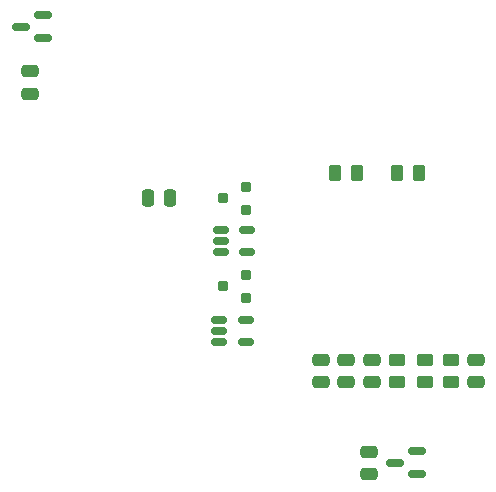
<source format=gtp>
%TF.GenerationSoftware,KiCad,Pcbnew,9.0.2*%
%TF.CreationDate,2025-05-15T14:08:42+02:00*%
%TF.ProjectId,MaSe,4d615365-2e6b-4696-9361-645f70636258,rev?*%
%TF.SameCoordinates,Original*%
%TF.FileFunction,Paste,Top*%
%TF.FilePolarity,Positive*%
%FSLAX46Y46*%
G04 Gerber Fmt 4.6, Leading zero omitted, Abs format (unit mm)*
G04 Created by KiCad (PCBNEW 9.0.2) date 2025-05-15 14:08:42*
%MOMM*%
%LPD*%
G01*
G04 APERTURE LIST*
G04 Aperture macros list*
%AMRoundRect*
0 Rectangle with rounded corners*
0 $1 Rounding radius*
0 $2 $3 $4 $5 $6 $7 $8 $9 X,Y pos of 4 corners*
0 Add a 4 corners polygon primitive as box body*
4,1,4,$2,$3,$4,$5,$6,$7,$8,$9,$2,$3,0*
0 Add four circle primitives for the rounded corners*
1,1,$1+$1,$2,$3*
1,1,$1+$1,$4,$5*
1,1,$1+$1,$6,$7*
1,1,$1+$1,$8,$9*
0 Add four rect primitives between the rounded corners*
20,1,$1+$1,$2,$3,$4,$5,0*
20,1,$1+$1,$4,$5,$6,$7,0*
20,1,$1+$1,$6,$7,$8,$9,0*
20,1,$1+$1,$8,$9,$2,$3,0*%
G04 Aperture macros list end*
%ADD10RoundRect,0.250000X0.475000X-0.250000X0.475000X0.250000X-0.475000X0.250000X-0.475000X-0.250000X0*%
%ADD11RoundRect,0.200000X0.250000X0.200000X-0.250000X0.200000X-0.250000X-0.200000X0.250000X-0.200000X0*%
%ADD12RoundRect,0.250000X-0.262500X-0.450000X0.262500X-0.450000X0.262500X0.450000X-0.262500X0.450000X0*%
%ADD13RoundRect,0.250000X0.450000X-0.262500X0.450000X0.262500X-0.450000X0.262500X-0.450000X-0.262500X0*%
%ADD14RoundRect,0.150000X-0.512500X-0.150000X0.512500X-0.150000X0.512500X0.150000X-0.512500X0.150000X0*%
%ADD15RoundRect,0.250000X-0.475000X0.250000X-0.475000X-0.250000X0.475000X-0.250000X0.475000X0.250000X0*%
%ADD16RoundRect,0.250000X-0.450000X0.262500X-0.450000X-0.262500X0.450000X-0.262500X0.450000X0.262500X0*%
%ADD17RoundRect,0.150000X0.587500X0.150000X-0.587500X0.150000X-0.587500X-0.150000X0.587500X-0.150000X0*%
%ADD18RoundRect,0.250000X0.250000X0.475000X-0.250000X0.475000X-0.250000X-0.475000X0.250000X-0.475000X0*%
G04 APERTURE END LIST*
D10*
X184837500Y-131662500D03*
X184837500Y-133562500D03*
D11*
X176537500Y-125425000D03*
X178537500Y-124475000D03*
X178537500Y-126375000D03*
D12*
X187887500Y-115800000D03*
X186062500Y-115800000D03*
D13*
X191287500Y-131700000D03*
X191287500Y-133525000D03*
D14*
X178475000Y-128275000D03*
X178475000Y-130175000D03*
X176200000Y-130175000D03*
X176200000Y-129225000D03*
X176200000Y-128275000D03*
D15*
X186987500Y-133562500D03*
X186987500Y-131662500D03*
D10*
X197987500Y-131662500D03*
X197987500Y-133562500D03*
D11*
X176537500Y-117975000D03*
X178537500Y-117025000D03*
X178537500Y-118925000D03*
D16*
X195837500Y-133525000D03*
X195837500Y-131700000D03*
D15*
X160250000Y-109125000D03*
X160250000Y-107225000D03*
D12*
X193112500Y-115800000D03*
X191287500Y-115800000D03*
D17*
X159412500Y-103437500D03*
X161287500Y-102487500D03*
X161287500Y-104387500D03*
D14*
X178625000Y-120662500D03*
X178625000Y-122562500D03*
X176350000Y-122562500D03*
X176350000Y-121612500D03*
X176350000Y-120662500D03*
D13*
X193637500Y-131700000D03*
X193637500Y-133525000D03*
D15*
X189137500Y-133562500D03*
X189137500Y-131662500D03*
D18*
X172087900Y-117950000D03*
X170187900Y-117950000D03*
D15*
X188900000Y-139450000D03*
X188900000Y-141350000D03*
D17*
X192987500Y-141312500D03*
X192987500Y-139412500D03*
X191112500Y-140362500D03*
M02*

</source>
